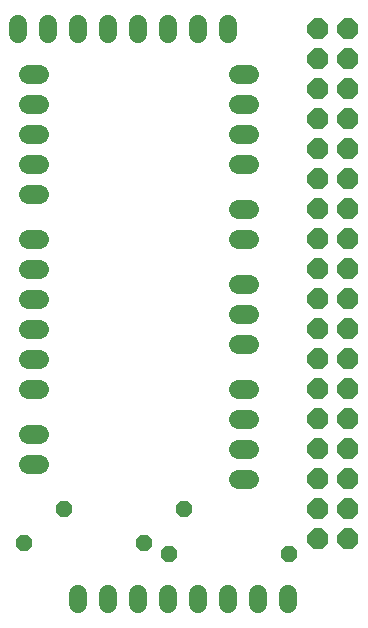
<source format=gts>
G75*
%MOIN*%
%OFA0B0*%
%FSLAX25Y25*%
%IPPOS*%
%LPD*%
%AMOC8*
5,1,8,0,0,1.08239X$1,22.5*
%
%ADD10C,0.06000*%
%ADD11OC8,0.07000*%
%ADD12C,0.06400*%
%ADD13OC8,0.05600*%
D10*
X0028946Y0010238D02*
X0028946Y0013598D01*
X0038946Y0013598D02*
X0038946Y0010238D01*
X0048946Y0010238D02*
X0048946Y0013598D01*
X0058946Y0013598D02*
X0058946Y0010238D01*
X0068946Y0010238D02*
X0068946Y0013598D01*
X0078946Y0013598D02*
X0078946Y0010238D01*
X0088946Y0010238D02*
X0088946Y0013598D01*
X0098946Y0013598D02*
X0098946Y0010238D01*
X0078946Y0200238D02*
X0078946Y0203598D01*
X0068946Y0203598D02*
X0068946Y0200238D01*
X0058946Y0200238D02*
X0058946Y0203598D01*
X0048946Y0203598D02*
X0048946Y0200238D01*
X0038946Y0200238D02*
X0038946Y0203598D01*
X0028946Y0203598D02*
X0028946Y0200238D01*
X0018946Y0200238D02*
X0018946Y0203598D01*
X0008946Y0203598D02*
X0008946Y0200238D01*
D11*
X0108946Y0201918D03*
X0108946Y0191918D03*
X0108946Y0181918D03*
X0108946Y0171918D03*
X0108946Y0161918D03*
X0108946Y0151918D03*
X0108946Y0141918D03*
X0108946Y0131918D03*
X0108946Y0121918D03*
X0108946Y0111918D03*
X0108946Y0101918D03*
X0108946Y0091918D03*
X0108946Y0081918D03*
X0108946Y0071918D03*
X0108946Y0061918D03*
X0108946Y0051918D03*
X0108946Y0041918D03*
X0108946Y0031918D03*
X0118946Y0031918D03*
X0118946Y0041918D03*
X0118946Y0051918D03*
X0118946Y0061918D03*
X0118946Y0071918D03*
X0118946Y0081918D03*
X0118946Y0091918D03*
X0118946Y0101918D03*
X0118946Y0111918D03*
X0118946Y0121918D03*
X0118946Y0131918D03*
X0118946Y0141918D03*
X0118946Y0151918D03*
X0118946Y0161918D03*
X0118946Y0171918D03*
X0118946Y0181918D03*
X0118946Y0191918D03*
X0118946Y0201918D03*
D12*
X0086100Y0186800D02*
X0082500Y0186800D01*
X0082500Y0176800D02*
X0086100Y0176800D01*
X0086100Y0166800D02*
X0082500Y0166800D01*
X0082500Y0156800D02*
X0086100Y0156800D01*
X0086100Y0141800D02*
X0082500Y0141800D01*
X0082500Y0131800D02*
X0086100Y0131800D01*
X0086100Y0116800D02*
X0082500Y0116800D01*
X0082500Y0106800D02*
X0086100Y0106800D01*
X0086100Y0096800D02*
X0082500Y0096800D01*
X0082500Y0081800D02*
X0086100Y0081800D01*
X0086100Y0071800D02*
X0082500Y0071800D01*
X0082500Y0061800D02*
X0086100Y0061800D01*
X0086100Y0051800D02*
X0082500Y0051800D01*
X0016100Y0056800D02*
X0012500Y0056800D01*
X0012500Y0066800D02*
X0016100Y0066800D01*
X0016100Y0081800D02*
X0012500Y0081800D01*
X0012500Y0091800D02*
X0016100Y0091800D01*
X0016100Y0101800D02*
X0012500Y0101800D01*
X0012500Y0111800D02*
X0016100Y0111800D01*
X0016100Y0121800D02*
X0012500Y0121800D01*
X0012500Y0131800D02*
X0016100Y0131800D01*
X0016100Y0146800D02*
X0012500Y0146800D01*
X0012500Y0156800D02*
X0016100Y0156800D01*
X0016100Y0166800D02*
X0012500Y0166800D01*
X0012500Y0176800D02*
X0016100Y0176800D01*
X0016100Y0186800D02*
X0012500Y0186800D01*
D13*
X0011072Y0030658D03*
X0024300Y0041800D03*
X0051072Y0030658D03*
X0059300Y0026800D03*
X0064300Y0041800D03*
X0099300Y0026800D03*
M02*

</source>
